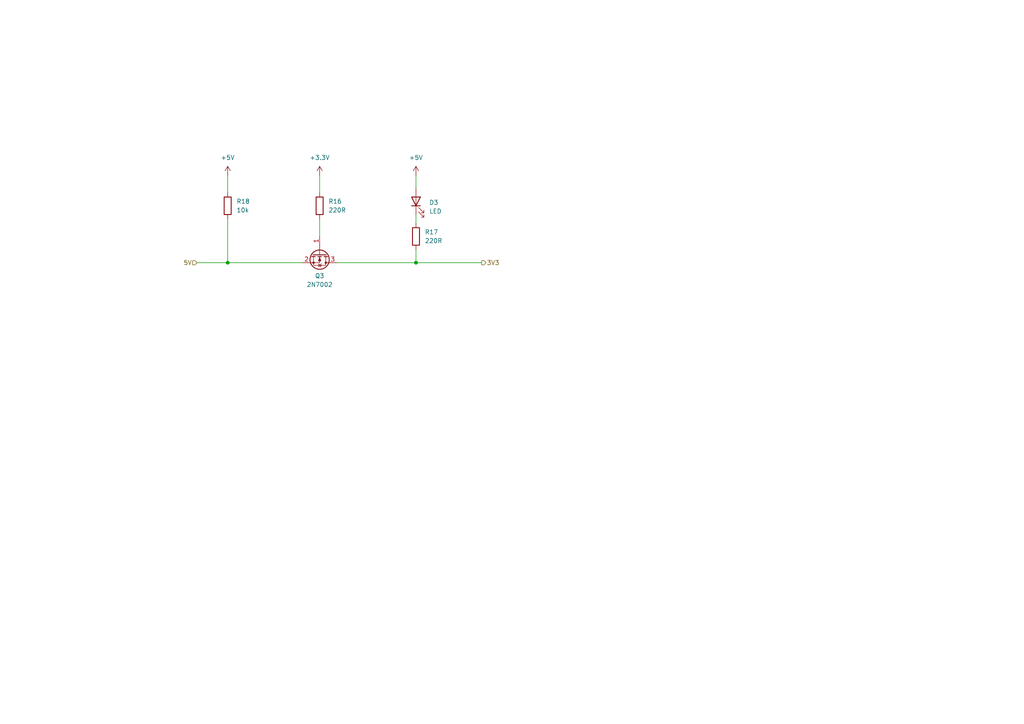
<source format=kicad_sch>
(kicad_sch
	(version 20231120)
	(generator "eeschema")
	(generator_version "8.0")
	(uuid "5cc663ac-3da6-4422-9c07-e65ea0e7680a")
	(paper "A4")
	(lib_symbols
		(symbol "Device:LED"
			(pin_numbers hide)
			(pin_names
				(offset 1.016) hide)
			(exclude_from_sim no)
			(in_bom yes)
			(on_board yes)
			(property "Reference" "D"
				(at 0 2.54 0)
				(effects
					(font
						(size 1.27 1.27)
					)
				)
			)
			(property "Value" "LED"
				(at 0 -2.54 0)
				(effects
					(font
						(size 1.27 1.27)
					)
				)
			)
			(property "Footprint" ""
				(at 0 0 0)
				(effects
					(font
						(size 1.27 1.27)
					)
					(hide yes)
				)
			)
			(property "Datasheet" "~"
				(at 0 0 0)
				(effects
					(font
						(size 1.27 1.27)
					)
					(hide yes)
				)
			)
			(property "Description" "Light emitting diode"
				(at 0 0 0)
				(effects
					(font
						(size 1.27 1.27)
					)
					(hide yes)
				)
			)
			(property "ki_keywords" "LED diode"
				(at 0 0 0)
				(effects
					(font
						(size 1.27 1.27)
					)
					(hide yes)
				)
			)
			(property "ki_fp_filters" "LED* LED_SMD:* LED_THT:*"
				(at 0 0 0)
				(effects
					(font
						(size 1.27 1.27)
					)
					(hide yes)
				)
			)
			(symbol "LED_0_1"
				(polyline
					(pts
						(xy -1.27 -1.27) (xy -1.27 1.27)
					)
					(stroke
						(width 0.254)
						(type default)
					)
					(fill
						(type none)
					)
				)
				(polyline
					(pts
						(xy -1.27 0) (xy 1.27 0)
					)
					(stroke
						(width 0)
						(type default)
					)
					(fill
						(type none)
					)
				)
				(polyline
					(pts
						(xy 1.27 -1.27) (xy 1.27 1.27) (xy -1.27 0) (xy 1.27 -1.27)
					)
					(stroke
						(width 0.254)
						(type default)
					)
					(fill
						(type none)
					)
				)
				(polyline
					(pts
						(xy -3.048 -0.762) (xy -4.572 -2.286) (xy -3.81 -2.286) (xy -4.572 -2.286) (xy -4.572 -1.524)
					)
					(stroke
						(width 0)
						(type default)
					)
					(fill
						(type none)
					)
				)
				(polyline
					(pts
						(xy -1.778 -0.762) (xy -3.302 -2.286) (xy -2.54 -2.286) (xy -3.302 -2.286) (xy -3.302 -1.524)
					)
					(stroke
						(width 0)
						(type default)
					)
					(fill
						(type none)
					)
				)
			)
			(symbol "LED_1_1"
				(pin passive line
					(at -3.81 0 0)
					(length 2.54)
					(name "K"
						(effects
							(font
								(size 1.27 1.27)
							)
						)
					)
					(number "1"
						(effects
							(font
								(size 1.27 1.27)
							)
						)
					)
				)
				(pin passive line
					(at 3.81 0 180)
					(length 2.54)
					(name "A"
						(effects
							(font
								(size 1.27 1.27)
							)
						)
					)
					(number "2"
						(effects
							(font
								(size 1.27 1.27)
							)
						)
					)
				)
			)
		)
		(symbol "Device:R"
			(pin_numbers hide)
			(pin_names
				(offset 0)
			)
			(exclude_from_sim no)
			(in_bom yes)
			(on_board yes)
			(property "Reference" "R"
				(at 2.032 0 90)
				(effects
					(font
						(size 1.27 1.27)
					)
				)
			)
			(property "Value" "R"
				(at 0 0 90)
				(effects
					(font
						(size 1.27 1.27)
					)
				)
			)
			(property "Footprint" ""
				(at -1.778 0 90)
				(effects
					(font
						(size 1.27 1.27)
					)
					(hide yes)
				)
			)
			(property "Datasheet" "~"
				(at 0 0 0)
				(effects
					(font
						(size 1.27 1.27)
					)
					(hide yes)
				)
			)
			(property "Description" "Resistor"
				(at 0 0 0)
				(effects
					(font
						(size 1.27 1.27)
					)
					(hide yes)
				)
			)
			(property "ki_keywords" "R res resistor"
				(at 0 0 0)
				(effects
					(font
						(size 1.27 1.27)
					)
					(hide yes)
				)
			)
			(property "ki_fp_filters" "R_*"
				(at 0 0 0)
				(effects
					(font
						(size 1.27 1.27)
					)
					(hide yes)
				)
			)
			(symbol "R_0_1"
				(rectangle
					(start -1.016 -2.54)
					(end 1.016 2.54)
					(stroke
						(width 0.254)
						(type default)
					)
					(fill
						(type none)
					)
				)
			)
			(symbol "R_1_1"
				(pin passive line
					(at 0 3.81 270)
					(length 1.27)
					(name "~"
						(effects
							(font
								(size 1.27 1.27)
							)
						)
					)
					(number "1"
						(effects
							(font
								(size 1.27 1.27)
							)
						)
					)
				)
				(pin passive line
					(at 0 -3.81 90)
					(length 1.27)
					(name "~"
						(effects
							(font
								(size 1.27 1.27)
							)
						)
					)
					(number "2"
						(effects
							(font
								(size 1.27 1.27)
							)
						)
					)
				)
			)
		)
		(symbol "Transistor_FET:2N7002"
			(pin_names hide)
			(exclude_from_sim no)
			(in_bom yes)
			(on_board yes)
			(property "Reference" "Q"
				(at 5.08 1.905 0)
				(effects
					(font
						(size 1.27 1.27)
					)
					(justify left)
				)
			)
			(property "Value" "2N7002"
				(at 5.08 0 0)
				(effects
					(font
						(size 1.27 1.27)
					)
					(justify left)
				)
			)
			(property "Footprint" "Package_TO_SOT_SMD:SOT-23"
				(at 5.08 -1.905 0)
				(effects
					(font
						(size 1.27 1.27)
						(italic yes)
					)
					(justify left)
					(hide yes)
				)
			)
			(property "Datasheet" "https://www.onsemi.com/pub/Collateral/NDS7002A-D.PDF"
				(at 5.08 -3.81 0)
				(effects
					(font
						(size 1.27 1.27)
					)
					(justify left)
					(hide yes)
				)
			)
			(property "Description" "0.115A Id, 60V Vds, N-Channel MOSFET, SOT-23"
				(at 0 0 0)
				(effects
					(font
						(size 1.27 1.27)
					)
					(hide yes)
				)
			)
			(property "ki_keywords" "N-Channel Switching MOSFET"
				(at 0 0 0)
				(effects
					(font
						(size 1.27 1.27)
					)
					(hide yes)
				)
			)
			(property "ki_fp_filters" "SOT?23*"
				(at 0 0 0)
				(effects
					(font
						(size 1.27 1.27)
					)
					(hide yes)
				)
			)
			(symbol "2N7002_0_1"
				(polyline
					(pts
						(xy 0.254 0) (xy -2.54 0)
					)
					(stroke
						(width 0)
						(type default)
					)
					(fill
						(type none)
					)
				)
				(polyline
					(pts
						(xy 0.254 1.905) (xy 0.254 -1.905)
					)
					(stroke
						(width 0.254)
						(type default)
					)
					(fill
						(type none)
					)
				)
				(polyline
					(pts
						(xy 0.762 -1.27) (xy 0.762 -2.286)
					)
					(stroke
						(width 0.254)
						(type default)
					)
					(fill
						(type none)
					)
				)
				(polyline
					(pts
						(xy 0.762 0.508) (xy 0.762 -0.508)
					)
					(stroke
						(width 0.254)
						(type default)
					)
					(fill
						(type none)
					)
				)
				(polyline
					(pts
						(xy 0.762 2.286) (xy 0.762 1.27)
					)
					(stroke
						(width 0.254)
						(type default)
					)
					(fill
						(type none)
					)
				)
				(polyline
					(pts
						(xy 2.54 2.54) (xy 2.54 1.778)
					)
					(stroke
						(width 0)
						(type default)
					)
					(fill
						(type none)
					)
				)
				(polyline
					(pts
						(xy 2.54 -2.54) (xy 2.54 0) (xy 0.762 0)
					)
					(stroke
						(width 0)
						(type default)
					)
					(fill
						(type none)
					)
				)
				(polyline
					(pts
						(xy 0.762 -1.778) (xy 3.302 -1.778) (xy 3.302 1.778) (xy 0.762 1.778)
					)
					(stroke
						(width 0)
						(type default)
					)
					(fill
						(type none)
					)
				)
				(polyline
					(pts
						(xy 1.016 0) (xy 2.032 0.381) (xy 2.032 -0.381) (xy 1.016 0)
					)
					(stroke
						(width 0)
						(type default)
					)
					(fill
						(type outline)
					)
				)
				(polyline
					(pts
						(xy 2.794 0.508) (xy 2.921 0.381) (xy 3.683 0.381) (xy 3.81 0.254)
					)
					(stroke
						(width 0)
						(type default)
					)
					(fill
						(type none)
					)
				)
				(polyline
					(pts
						(xy 3.302 0.381) (xy 2.921 -0.254) (xy 3.683 -0.254) (xy 3.302 0.381)
					)
					(stroke
						(width 0)
						(type default)
					)
					(fill
						(type none)
					)
				)
				(circle
					(center 1.651 0)
					(radius 2.794)
					(stroke
						(width 0.254)
						(type default)
					)
					(fill
						(type none)
					)
				)
				(circle
					(center 2.54 -1.778)
					(radius 0.254)
					(stroke
						(width 0)
						(type default)
					)
					(fill
						(type outline)
					)
				)
				(circle
					(center 2.54 1.778)
					(radius 0.254)
					(stroke
						(width 0)
						(type default)
					)
					(fill
						(type outline)
					)
				)
			)
			(symbol "2N7002_1_1"
				(pin input line
					(at -5.08 0 0)
					(length 2.54)
					(name "G"
						(effects
							(font
								(size 1.27 1.27)
							)
						)
					)
					(number "1"
						(effects
							(font
								(size 1.27 1.27)
							)
						)
					)
				)
				(pin passive line
					(at 2.54 -5.08 90)
					(length 2.54)
					(name "S"
						(effects
							(font
								(size 1.27 1.27)
							)
						)
					)
					(number "2"
						(effects
							(font
								(size 1.27 1.27)
							)
						)
					)
				)
				(pin passive line
					(at 2.54 5.08 270)
					(length 2.54)
					(name "D"
						(effects
							(font
								(size 1.27 1.27)
							)
						)
					)
					(number "3"
						(effects
							(font
								(size 1.27 1.27)
							)
						)
					)
				)
			)
		)
		(symbol "power:+3.3V"
			(power)
			(pin_numbers hide)
			(pin_names
				(offset 0) hide)
			(exclude_from_sim no)
			(in_bom yes)
			(on_board yes)
			(property "Reference" "#PWR"
				(at 0 -3.81 0)
				(effects
					(font
						(size 1.27 1.27)
					)
					(hide yes)
				)
			)
			(property "Value" "+3.3V"
				(at 0 3.556 0)
				(effects
					(font
						(size 1.27 1.27)
					)
				)
			)
			(property "Footprint" ""
				(at 0 0 0)
				(effects
					(font
						(size 1.27 1.27)
					)
					(hide yes)
				)
			)
			(property "Datasheet" ""
				(at 0 0 0)
				(effects
					(font
						(size 1.27 1.27)
					)
					(hide yes)
				)
			)
			(property "Description" "Power symbol creates a global label with name \"+3.3V\""
				(at 0 0 0)
				(effects
					(font
						(size 1.27 1.27)
					)
					(hide yes)
				)
			)
			(property "ki_keywords" "global power"
				(at 0 0 0)
				(effects
					(font
						(size 1.27 1.27)
					)
					(hide yes)
				)
			)
			(symbol "+3.3V_0_1"
				(polyline
					(pts
						(xy -0.762 1.27) (xy 0 2.54)
					)
					(stroke
						(width 0)
						(type default)
					)
					(fill
						(type none)
					)
				)
				(polyline
					(pts
						(xy 0 0) (xy 0 2.54)
					)
					(stroke
						(width 0)
						(type default)
					)
					(fill
						(type none)
					)
				)
				(polyline
					(pts
						(xy 0 2.54) (xy 0.762 1.27)
					)
					(stroke
						(width 0)
						(type default)
					)
					(fill
						(type none)
					)
				)
			)
			(symbol "+3.3V_1_1"
				(pin power_in line
					(at 0 0 90)
					(length 0)
					(name "~"
						(effects
							(font
								(size 1.27 1.27)
							)
						)
					)
					(number "1"
						(effects
							(font
								(size 1.27 1.27)
							)
						)
					)
				)
			)
		)
		(symbol "power:+5V"
			(power)
			(pin_numbers hide)
			(pin_names
				(offset 0) hide)
			(exclude_from_sim no)
			(in_bom yes)
			(on_board yes)
			(property "Reference" "#PWR"
				(at 0 -3.81 0)
				(effects
					(font
						(size 1.27 1.27)
					)
					(hide yes)
				)
			)
			(property "Value" "+5V"
				(at 0 3.556 0)
				(effects
					(font
						(size 1.27 1.27)
					)
				)
			)
			(property "Footprint" ""
				(at 0 0 0)
				(effects
					(font
						(size 1.27 1.27)
					)
					(hide yes)
				)
			)
			(property "Datasheet" ""
				(at 0 0 0)
				(effects
					(font
						(size 1.27 1.27)
					)
					(hide yes)
				)
			)
			(property "Description" "Power symbol creates a global label with name \"+5V\""
				(at 0 0 0)
				(effects
					(font
						(size 1.27 1.27)
					)
					(hide yes)
				)
			)
			(property "ki_keywords" "global power"
				(at 0 0 0)
				(effects
					(font
						(size 1.27 1.27)
					)
					(hide yes)
				)
			)
			(symbol "+5V_0_1"
				(polyline
					(pts
						(xy -0.762 1.27) (xy 0 2.54)
					)
					(stroke
						(width 0)
						(type default)
					)
					(fill
						(type none)
					)
				)
				(polyline
					(pts
						(xy 0 0) (xy 0 2.54)
					)
					(stroke
						(width 0)
						(type default)
					)
					(fill
						(type none)
					)
				)
				(polyline
					(pts
						(xy 0 2.54) (xy 0.762 1.27)
					)
					(stroke
						(width 0)
						(type default)
					)
					(fill
						(type none)
					)
				)
			)
			(symbol "+5V_1_1"
				(pin power_in line
					(at 0 0 90)
					(length 0)
					(name "~"
						(effects
							(font
								(size 1.27 1.27)
							)
						)
					)
					(number "1"
						(effects
							(font
								(size 1.27 1.27)
							)
						)
					)
				)
			)
		)
	)
	(junction
		(at 66.04 76.2)
		(diameter 0)
		(color 0 0 0 0)
		(uuid "2c14aa97-b616-497a-b9ca-65ba9303f88f")
	)
	(junction
		(at 120.65 76.2)
		(diameter 0)
		(color 0 0 0 0)
		(uuid "fa75a5af-01a9-4cbb-907e-a08c7879dc40")
	)
	(wire
		(pts
			(xy 92.71 50.8) (xy 92.71 55.88)
		)
		(stroke
			(width 0)
			(type default)
		)
		(uuid "13f5b4fd-1bca-4bb0-87ad-1be11e9d17dc")
	)
	(wire
		(pts
			(xy 120.65 72.39) (xy 120.65 76.2)
		)
		(stroke
			(width 0)
			(type default)
		)
		(uuid "50da9868-1168-47ef-8195-ef6dc277b3e6")
	)
	(wire
		(pts
			(xy 66.04 63.5) (xy 66.04 76.2)
		)
		(stroke
			(width 0)
			(type default)
		)
		(uuid "5a894f06-55ca-4b2f-8c19-15502201deae")
	)
	(wire
		(pts
			(xy 120.65 50.8) (xy 120.65 54.61)
		)
		(stroke
			(width 0)
			(type default)
		)
		(uuid "5b593174-3878-4ced-a3ee-64b80c84e7c1")
	)
	(wire
		(pts
			(xy 66.04 50.8) (xy 66.04 55.88)
		)
		(stroke
			(width 0)
			(type default)
		)
		(uuid "840f2fb0-a473-49c4-ba0e-dfac1a74d3f1")
	)
	(wire
		(pts
			(xy 92.71 63.5) (xy 92.71 68.58)
		)
		(stroke
			(width 0)
			(type default)
		)
		(uuid "a7e45f7f-2ae1-408a-8877-332cca42e338")
	)
	(wire
		(pts
			(xy 120.65 62.23) (xy 120.65 64.77)
		)
		(stroke
			(width 0)
			(type default)
		)
		(uuid "c0df3e2f-0e69-4f1f-ad8e-5735792a3a23")
	)
	(wire
		(pts
			(xy 66.04 76.2) (xy 87.63 76.2)
		)
		(stroke
			(width 0)
			(type default)
		)
		(uuid "d7b40482-c3a1-472f-8cbe-8b18588eba64")
	)
	(wire
		(pts
			(xy 120.65 76.2) (xy 139.7 76.2)
		)
		(stroke
			(width 0)
			(type default)
		)
		(uuid "d9e79fe9-9ecf-40af-888d-64306d854b25")
	)
	(wire
		(pts
			(xy 57.15 76.2) (xy 66.04 76.2)
		)
		(stroke
			(width 0)
			(type default)
		)
		(uuid "e55f17c5-cdf1-4d98-87ca-dc110cdfb15b")
	)
	(wire
		(pts
			(xy 120.65 76.2) (xy 97.79 76.2)
		)
		(stroke
			(width 0)
			(type default)
		)
		(uuid "f4f70c8b-bdc2-4a46-b4ca-73c310991d65")
	)
	(hierarchical_label "5V"
		(shape input)
		(at 57.15 76.2 180)
		(fields_autoplaced yes)
		(effects
			(font
				(size 1.27 1.27)
			)
			(justify right)
		)
		(uuid "80c08b57-6b3f-4b91-96ab-94529c674917")
	)
	(hierarchical_label "3V3"
		(shape output)
		(at 139.7 76.2 0)
		(fields_autoplaced yes)
		(effects
			(font
				(size 1.27 1.27)
			)
			(justify left)
		)
		(uuid "c25694ca-1b21-4788-924c-1f2d82f71479")
	)
	(symbol
		(lib_id "power:+5V")
		(at 66.04 50.8 0)
		(unit 1)
		(exclude_from_sim no)
		(in_bom yes)
		(on_board yes)
		(dnp no)
		(fields_autoplaced yes)
		(uuid "0c48cbe4-76d0-4f78-b8fe-536e7425e004")
		(property "Reference" "#PWR026"
			(at 66.04 54.61 0)
			(effects
				(font
					(size 1.27 1.27)
				)
				(hide yes)
			)
		)
		(property "Value" "+5V"
			(at 66.04 45.72 0)
			(effects
				(font
					(size 1.27 1.27)
				)
			)
		)
		(property "Footprint" ""
			(at 66.04 50.8 0)
			(effects
				(font
					(size 1.27 1.27)
				)
				(hide yes)
			)
		)
		(property "Datasheet" ""
			(at 66.04 50.8 0)
			(effects
				(font
					(size 1.27 1.27)
				)
				(hide yes)
			)
		)
		(property "Description" "Power symbol creates a global label with name \"+5V\""
			(at 66.04 50.8 0)
			(effects
				(font
					(size 1.27 1.27)
				)
				(hide yes)
			)
		)
		(pin "1"
			(uuid "1b8c72d8-6ed8-4e3c-bc15-8e098a24347c")
		)
		(instances
			(project "konar2"
				(path "/c9154aa1-f1b7-423e-bcde-0c6434e2094e/ce736be5-6ade-446e-85f2-df8feda392c5"
					(reference "#PWR026")
					(unit 1)
				)
				(path "/c9154aa1-f1b7-423e-bcde-0c6434e2094e/ff82aaa0-9df4-4cdf-b643-383b0fa32498"
					(reference "#PWR029")
					(unit 1)
				)
				(path "/c9154aa1-f1b7-423e-bcde-0c6434e2094e/2dc766da-4c2b-433d-9c8f-fcc10d4ad7dc"
					(reference "#PWR032")
					(unit 1)
				)
				(path "/c9154aa1-f1b7-423e-bcde-0c6434e2094e/5ae7a1a1-9c05-419e-83ea-aa87990cca36"
					(reference "#PWR020")
					(unit 1)
				)
			)
		)
	)
	(symbol
		(lib_id "Device:R")
		(at 66.04 59.69 0)
		(unit 1)
		(exclude_from_sim no)
		(in_bom yes)
		(on_board yes)
		(dnp no)
		(fields_autoplaced yes)
		(uuid "2a0f7956-5b1c-4b8a-bf0b-712b737e3c82")
		(property "Reference" "R18"
			(at 68.58 58.4199 0)
			(effects
				(font
					(size 1.27 1.27)
				)
				(justify left)
			)
		)
		(property "Value" "10k"
			(at 68.58 60.9599 0)
			(effects
				(font
					(size 1.27 1.27)
				)
				(justify left)
			)
		)
		(property "Footprint" "0805"
			(at 64.262 59.69 90)
			(effects
				(font
					(size 1.27 1.27)
				)
				(hide yes)
			)
		)
		(property "Datasheet" "~"
			(at 66.04 59.69 0)
			(effects
				(font
					(size 1.27 1.27)
				)
				(hide yes)
			)
		)
		(property "Description" "Resistor"
			(at 66.04 59.69 0)
			(effects
				(font
					(size 1.27 1.27)
				)
				(hide yes)
			)
		)
		(pin "1"
			(uuid "4ff246b0-79d6-4f9e-a849-1866da7f094b")
		)
		(pin "2"
			(uuid "500c66a8-c8d0-4e1b-9383-62c9568b8161")
		)
		(instances
			(project "konar2"
				(path "/c9154aa1-f1b7-423e-bcde-0c6434e2094e/ce736be5-6ade-446e-85f2-df8feda392c5"
					(reference "R18")
					(unit 1)
				)
				(path "/c9154aa1-f1b7-423e-bcde-0c6434e2094e/ff82aaa0-9df4-4cdf-b643-383b0fa32498"
					(reference "R21")
					(unit 1)
				)
				(path "/c9154aa1-f1b7-423e-bcde-0c6434e2094e/2dc766da-4c2b-433d-9c8f-fcc10d4ad7dc"
					(reference "R24")
					(unit 1)
				)
				(path "/c9154aa1-f1b7-423e-bcde-0c6434e2094e/5ae7a1a1-9c05-419e-83ea-aa87990cca36"
					(reference "R6")
					(unit 1)
				)
			)
		)
	)
	(symbol
		(lib_id "Device:R")
		(at 120.65 68.58 0)
		(unit 1)
		(exclude_from_sim no)
		(in_bom yes)
		(on_board yes)
		(dnp no)
		(fields_autoplaced yes)
		(uuid "4214fd5b-01a5-41ab-92ca-6cf253fd4a44")
		(property "Reference" "R17"
			(at 123.19 67.3099 0)
			(effects
				(font
					(size 1.27 1.27)
				)
				(justify left)
			)
		)
		(property "Value" "220R"
			(at 123.19 69.8499 0)
			(effects
				(font
					(size 1.27 1.27)
				)
				(justify left)
			)
		)
		(property "Footprint" "0805"
			(at 118.872 68.58 90)
			(effects
				(font
					(size 1.27 1.27)
				)
				(hide yes)
			)
		)
		(property "Datasheet" "~"
			(at 120.65 68.58 0)
			(effects
				(font
					(size 1.27 1.27)
				)
				(hide yes)
			)
		)
		(property "Description" "Resistor"
			(at 120.65 68.58 0)
			(effects
				(font
					(size 1.27 1.27)
				)
				(hide yes)
			)
		)
		(pin "1"
			(uuid "8ae1ea47-e3ec-42c2-8605-4f27fec20631")
		)
		(pin "2"
			(uuid "e0683c10-5adf-4150-a23e-a0d6180240a8")
		)
		(instances
			(project "konar2"
				(path "/c9154aa1-f1b7-423e-bcde-0c6434e2094e/5ae7a1a1-9c05-419e-83ea-aa87990cca36"
					(reference "R17")
					(unit 1)
				)
				(path "/c9154aa1-f1b7-423e-bcde-0c6434e2094e/ce736be5-6ade-446e-85f2-df8feda392c5"
					(reference "R20")
					(unit 1)
				)
				(path "/c9154aa1-f1b7-423e-bcde-0c6434e2094e/ff82aaa0-9df4-4cdf-b643-383b0fa32498"
					(reference "R23")
					(unit 1)
				)
				(path "/c9154aa1-f1b7-423e-bcde-0c6434e2094e/2dc766da-4c2b-433d-9c8f-fcc10d4ad7dc"
					(reference "R26")
					(unit 1)
				)
			)
		)
	)
	(symbol
		(lib_id "Device:LED")
		(at 120.65 58.42 90)
		(unit 1)
		(exclude_from_sim no)
		(in_bom yes)
		(on_board yes)
		(dnp no)
		(fields_autoplaced yes)
		(uuid "59737884-b437-4b87-a9a5-3b7438590a66")
		(property "Reference" "D3"
			(at 124.46 58.7374 90)
			(effects
				(font
					(size 1.27 1.27)
				)
				(justify right)
			)
		)
		(property "Value" "LED"
			(at 124.46 61.2774 90)
			(effects
				(font
					(size 1.27 1.27)
				)
				(justify right)
			)
		)
		(property "Footprint" "0805"
			(at 120.65 58.42 0)
			(effects
				(font
					(size 1.27 1.27)
				)
				(hide yes)
			)
		)
		(property "Datasheet" "~"
			(at 120.65 58.42 0)
			(effects
				(font
					(size 1.27 1.27)
				)
				(hide yes)
			)
		)
		(property "Description" "Light emitting diode"
			(at 120.65 58.42 0)
			(effects
				(font
					(size 1.27 1.27)
				)
				(hide yes)
			)
		)
		(pin "2"
			(uuid "d740a10f-4aa7-4b09-b588-44334e8c5510")
		)
		(pin "1"
			(uuid "beb79626-30a8-440d-9862-64facbb56f2d")
		)
		(instances
			(project "konar2"
				(path "/c9154aa1-f1b7-423e-bcde-0c6434e2094e/ce736be5-6ade-446e-85f2-df8feda392c5"
					(reference "D3")
					(unit 1)
				)
				(path "/c9154aa1-f1b7-423e-bcde-0c6434e2094e/ff82aaa0-9df4-4cdf-b643-383b0fa32498"
					(reference "D4")
					(unit 1)
				)
				(path "/c9154aa1-f1b7-423e-bcde-0c6434e2094e/2dc766da-4c2b-433d-9c8f-fcc10d4ad7dc"
					(reference "D5")
					(unit 1)
				)
				(path "/c9154aa1-f1b7-423e-bcde-0c6434e2094e/5ae7a1a1-9c05-419e-83ea-aa87990cca36"
					(reference "D2")
					(unit 1)
				)
			)
		)
	)
	(symbol
		(lib_id "power:+5V")
		(at 120.65 50.8 0)
		(unit 1)
		(exclude_from_sim no)
		(in_bom yes)
		(on_board yes)
		(dnp no)
		(fields_autoplaced yes)
		(uuid "6ac9f1a1-6517-4c5a-acf1-1218be1cf401")
		(property "Reference" "#PWR021"
			(at 120.65 54.61 0)
			(effects
				(font
					(size 1.27 1.27)
				)
				(hide yes)
			)
		)
		(property "Value" "+5V"
			(at 120.65 45.72 0)
			(effects
				(font
					(size 1.27 1.27)
				)
			)
		)
		(property "Footprint" ""
			(at 120.65 50.8 0)
			(effects
				(font
					(size 1.27 1.27)
				)
				(hide yes)
			)
		)
		(property "Datasheet" ""
			(at 120.65 50.8 0)
			(effects
				(font
					(size 1.27 1.27)
				)
				(hide yes)
			)
		)
		(property "Description" "Power symbol creates a global label with name \"+5V\""
			(at 120.65 50.8 0)
			(effects
				(font
					(size 1.27 1.27)
				)
				(hide yes)
			)
		)
		(pin "1"
			(uuid "d0a276a8-2bfd-4d10-b16b-3d8974eeb17e")
		)
		(instances
			(project "konar2"
				(path "/c9154aa1-f1b7-423e-bcde-0c6434e2094e/5ae7a1a1-9c05-419e-83ea-aa87990cca36"
					(reference "#PWR021")
					(unit 1)
				)
				(path "/c9154aa1-f1b7-423e-bcde-0c6434e2094e/ce736be5-6ade-446e-85f2-df8feda392c5"
					(reference "#PWR028")
					(unit 1)
				)
				(path "/c9154aa1-f1b7-423e-bcde-0c6434e2094e/ff82aaa0-9df4-4cdf-b643-383b0fa32498"
					(reference "#PWR031")
					(unit 1)
				)
				(path "/c9154aa1-f1b7-423e-bcde-0c6434e2094e/2dc766da-4c2b-433d-9c8f-fcc10d4ad7dc"
					(reference "#PWR034")
					(unit 1)
				)
			)
		)
	)
	(symbol
		(lib_id "power:+3.3V")
		(at 92.71 50.8 0)
		(unit 1)
		(exclude_from_sim no)
		(in_bom yes)
		(on_board yes)
		(dnp no)
		(fields_autoplaced yes)
		(uuid "b1d3b807-bce6-45f4-a4a0-bcf6866c5916")
		(property "Reference" "#PWR027"
			(at 92.71 54.61 0)
			(effects
				(font
					(size 1.27 1.27)
				)
				(hide yes)
			)
		)
		(property "Value" "+3.3V"
			(at 92.71 45.72 0)
			(effects
				(font
					(size 1.27 1.27)
				)
			)
		)
		(property "Footprint" ""
			(at 92.71 50.8 0)
			(effects
				(font
					(size 1.27 1.27)
				)
				(hide yes)
			)
		)
		(property "Datasheet" ""
			(at 92.71 50.8 0)
			(effects
				(font
					(size 1.27 1.27)
				)
				(hide yes)
			)
		)
		(property "Description" "Power symbol creates a global label with name \"+3.3V\""
			(at 92.71 50.8 0)
			(effects
				(font
					(size 1.27 1.27)
				)
				(hide yes)
			)
		)
		(pin "1"
			(uuid "03f32c43-0432-434d-b02f-a4f43a208611")
		)
		(instances
			(project "konar2"
				(path "/c9154aa1-f1b7-423e-bcde-0c6434e2094e/ce736be5-6ade-446e-85f2-df8feda392c5"
					(reference "#PWR027")
					(unit 1)
				)
				(path "/c9154aa1-f1b7-423e-bcde-0c6434e2094e/ff82aaa0-9df4-4cdf-b643-383b0fa32498"
					(reference "#PWR030")
					(unit 1)
				)
				(path "/c9154aa1-f1b7-423e-bcde-0c6434e2094e/2dc766da-4c2b-433d-9c8f-fcc10d4ad7dc"
					(reference "#PWR033")
					(unit 1)
				)
				(path "/c9154aa1-f1b7-423e-bcde-0c6434e2094e/5ae7a1a1-9c05-419e-83ea-aa87990cca36"
					(reference "#PWR022")
					(unit 1)
				)
			)
		)
	)
	(symbol
		(lib_id "Device:R")
		(at 92.71 59.69 0)
		(unit 1)
		(exclude_from_sim no)
		(in_bom yes)
		(on_board yes)
		(dnp no)
		(fields_autoplaced yes)
		(uuid "d0c55de9-8535-4573-957b-2a51bedde806")
		(property "Reference" "R16"
			(at 95.25 58.4199 0)
			(effects
				(font
					(size 1.27 1.27)
				)
				(justify left)
			)
		)
		(property "Value" "220R"
			(at 95.25 60.9599 0)
			(effects
				(font
					(size 1.27 1.27)
				)
				(justify left)
			)
		)
		(property "Footprint" "0805"
			(at 90.932 59.69 90)
			(effects
				(font
					(size 1.27 1.27)
				)
				(hide yes)
			)
		)
		(property "Datasheet" "~"
			(at 92.71 59.69 0)
			(effects
				(font
					(size 1.27 1.27)
				)
				(hide yes)
			)
		)
		(property "Description" "Resistor"
			(at 92.71 59.69 0)
			(effects
				(font
					(size 1.27 1.27)
				)
				(hide yes)
			)
		)
		(pin "1"
			(uuid "9b7b64fb-7563-4646-86e1-7e48e787fa9e")
		)
		(pin "2"
			(uuid "4087cead-661e-4ff1-9c4b-0a9bdb7e0ed9")
		)
		(instances
			(project "konar2"
				(path "/c9154aa1-f1b7-423e-bcde-0c6434e2094e/5ae7a1a1-9c05-419e-83ea-aa87990cca36"
					(reference "R16")
					(unit 1)
				)
				(path "/c9154aa1-f1b7-423e-bcde-0c6434e2094e/ce736be5-6ade-446e-85f2-df8feda392c5"
					(reference "R19")
					(unit 1)
				)
				(path "/c9154aa1-f1b7-423e-bcde-0c6434e2094e/ff82aaa0-9df4-4cdf-b643-383b0fa32498"
					(reference "R22")
					(unit 1)
				)
				(path "/c9154aa1-f1b7-423e-bcde-0c6434e2094e/2dc766da-4c2b-433d-9c8f-fcc10d4ad7dc"
					(reference "R25")
					(unit 1)
				)
			)
		)
	)
	(symbol
		(lib_id "Transistor_FET:2N7002")
		(at 92.71 73.66 270)
		(unit 1)
		(exclude_from_sim no)
		(in_bom yes)
		(on_board yes)
		(dnp no)
		(fields_autoplaced yes)
		(uuid "f705195c-9722-4ef8-a991-acb34990f4d6")
		(property "Reference" "Q3"
			(at 92.71 80.01 90)
			(effects
				(font
					(size 1.27 1.27)
				)
			)
		)
		(property "Value" "2N7002"
			(at 92.71 82.55 90)
			(effects
				(font
					(size 1.27 1.27)
				)
			)
		)
		(property "Footprint" "Package_TO_SOT_SMD:SOT-23"
			(at 90.805 78.74 0)
			(effects
				(font
					(size 1.27 1.27)
					(italic yes)
				)
				(justify left)
				(hide yes)
			)
		)
		(property "Datasheet" "https://www.onsemi.com/pub/Collateral/NDS7002A-D.PDF"
			(at 88.9 78.74 0)
			(effects
				(font
					(size 1.27 1.27)
				)
				(justify left)
				(hide yes)
			)
		)
		(property "Description" "0.115A Id, 60V Vds, N-Channel MOSFET, SOT-23"
			(at 92.71 73.66 0)
			(effects
				(font
					(size 1.27 1.27)
				)
				(hide yes)
			)
		)
		(pin "1"
			(uuid "69624ef2-7619-4716-8090-cde75c46b225")
		)
		(pin "3"
			(uuid "e5051589-a2d9-4c5b-b067-f7470b625bbf")
		)
		(pin "2"
			(uuid "27d537e5-6f2f-47dd-bf3f-fc5b861646fe")
		)
		(instances
			(project "konar2"
				(path "/c9154aa1-f1b7-423e-bcde-0c6434e2094e/ce736be5-6ade-446e-85f2-df8feda392c5"
					(reference "Q3")
					(unit 1)
				)
				(path "/c9154aa1-f1b7-423e-bcde-0c6434e2094e/ff82aaa0-9df4-4cdf-b643-383b0fa32498"
					(reference "Q4")
					(unit 1)
				)
				(path "/c9154aa1-f1b7-423e-bcde-0c6434e2094e/2dc766da-4c2b-433d-9c8f-fcc10d4ad7dc"
					(reference "Q5")
					(unit 1)
				)
				(path "/c9154aa1-f1b7-423e-bcde-0c6434e2094e/5ae7a1a1-9c05-419e-83ea-aa87990cca36"
					(reference "Q2")
					(unit 1)
				)
			)
		)
	)
)
</source>
